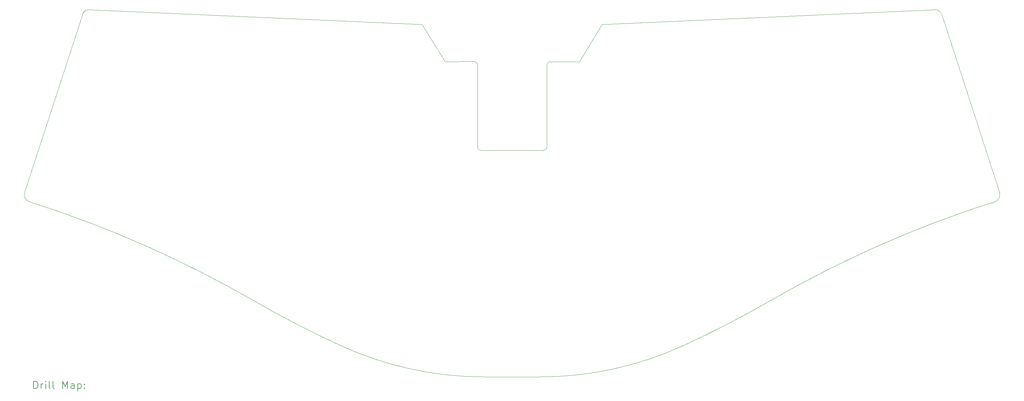
<source format=gbr>
%TF.GenerationSoftware,KiCad,Pcbnew,8.0.4*%
%TF.CreationDate,2024-09-01T14:28:54+07:00*%
%TF.ProjectId,ozprey,6f7a7072-6579-42e6-9b69-6361645f7063,1.0*%
%TF.SameCoordinates,Original*%
%TF.FileFunction,Drillmap*%
%TF.FilePolarity,Positive*%
%FSLAX45Y45*%
G04 Gerber Fmt 4.5, Leading zero omitted, Abs format (unit mm)*
G04 Created by KiCad (PCBNEW 8.0.4) date 2024-09-01 14:28:54*
%MOMM*%
%LPD*%
G01*
G04 APERTURE LIST*
%ADD10C,0.100000*%
%ADD11C,0.200000*%
G04 APERTURE END LIST*
D10*
X16601547Y-6287783D02*
X17207140Y-5282085D01*
X12351273Y-5282085D02*
X12971547Y-6287783D01*
X10135061Y-13955196D02*
G75*
G02*
X7772581Y-12733071I12267189J26608116D01*
G01*
X3175623Y-5021967D02*
X1616009Y-9822338D01*
X3175623Y-5021967D02*
G75*
G02*
X3382801Y-4884487I190206J-61789D01*
G01*
X21786510Y-12733071D02*
G75*
G02*
X19424031Y-13955195I-14629880J25386411D01*
G01*
X1744420Y-10074350D02*
X1930327Y-10134752D01*
X27943082Y-9822339D02*
X26383468Y-5021967D01*
X1930327Y-10134752D02*
G75*
G02*
X7772581Y-12733071I-9486547J-29197495D01*
G01*
X21786510Y-12733071D02*
G75*
G02*
X27628764Y-10134753I15328780J-26599139D01*
G01*
X12351273Y-5282085D02*
X3382801Y-4884486D01*
X14028776Y-14809547D02*
G75*
G02*
X10135060Y-13955196I-1J9300001D01*
G01*
X19424031Y-13955195D02*
G75*
G02*
X15530315Y-14809546I-3893711J8445635D01*
G01*
X26176290Y-4884487D02*
G75*
G02*
X26383466Y-5021968I16960J-199283D01*
G01*
X26176290Y-4884487D02*
X17207140Y-5282085D01*
X27628764Y-10134752D02*
X27814671Y-10074349D01*
X1744420Y-10074350D02*
G75*
G02*
X1616005Y-9822337I61810J190220D01*
G01*
X14028776Y-14809547D02*
X15530315Y-14809547D01*
X27943082Y-9822339D02*
G75*
G02*
X27814670Y-10074346I-190202J-61801D01*
G01*
X15721547Y-8587783D02*
G75*
G02*
X15621547Y-8687783I-100000J0D01*
G01*
X15621547Y-8687783D02*
X13947258Y-8687073D01*
X13847258Y-8587073D02*
X13847257Y-6387073D01*
X13747257Y-6287073D02*
G75*
G02*
X13847257Y-6387073I0J-100000D01*
G01*
X13947258Y-8687073D02*
G75*
G02*
X13847258Y-8587073I0J100000D01*
G01*
X15721547Y-6387783D02*
X15721547Y-8587783D01*
X13747257Y-6287073D02*
X12971547Y-6287783D01*
X15721547Y-6387783D02*
G75*
G02*
X15821547Y-6287783I100000J0D01*
G01*
X15821547Y-6287783D02*
X16601547Y-6287783D01*
D11*
X1861997Y-15126031D02*
X1861997Y-14926031D01*
X1861997Y-14926031D02*
X1909616Y-14926031D01*
X1909616Y-14926031D02*
X1938187Y-14935555D01*
X1938187Y-14935555D02*
X1957235Y-14954602D01*
X1957235Y-14954602D02*
X1966759Y-14973650D01*
X1966759Y-14973650D02*
X1976283Y-15011745D01*
X1976283Y-15011745D02*
X1976283Y-15040317D01*
X1976283Y-15040317D02*
X1966759Y-15078412D01*
X1966759Y-15078412D02*
X1957235Y-15097459D01*
X1957235Y-15097459D02*
X1938187Y-15116507D01*
X1938187Y-15116507D02*
X1909616Y-15126031D01*
X1909616Y-15126031D02*
X1861997Y-15126031D01*
X2061997Y-15126031D02*
X2061997Y-14992698D01*
X2061997Y-15030793D02*
X2071521Y-15011745D01*
X2071521Y-15011745D02*
X2081044Y-15002221D01*
X2081044Y-15002221D02*
X2100092Y-14992698D01*
X2100092Y-14992698D02*
X2119140Y-14992698D01*
X2185806Y-15126031D02*
X2185806Y-14992698D01*
X2185806Y-14926031D02*
X2176283Y-14935555D01*
X2176283Y-14935555D02*
X2185806Y-14945079D01*
X2185806Y-14945079D02*
X2195330Y-14935555D01*
X2195330Y-14935555D02*
X2185806Y-14926031D01*
X2185806Y-14926031D02*
X2185806Y-14945079D01*
X2309616Y-15126031D02*
X2290568Y-15116507D01*
X2290568Y-15116507D02*
X2281045Y-15097459D01*
X2281045Y-15097459D02*
X2281045Y-14926031D01*
X2414378Y-15126031D02*
X2395330Y-15116507D01*
X2395330Y-15116507D02*
X2385806Y-15097459D01*
X2385806Y-15097459D02*
X2385806Y-14926031D01*
X2642949Y-15126031D02*
X2642949Y-14926031D01*
X2642949Y-14926031D02*
X2709616Y-15068888D01*
X2709616Y-15068888D02*
X2776283Y-14926031D01*
X2776283Y-14926031D02*
X2776283Y-15126031D01*
X2957235Y-15126031D02*
X2957235Y-15021269D01*
X2957235Y-15021269D02*
X2947711Y-15002221D01*
X2947711Y-15002221D02*
X2928664Y-14992698D01*
X2928664Y-14992698D02*
X2890568Y-14992698D01*
X2890568Y-14992698D02*
X2871521Y-15002221D01*
X2957235Y-15116507D02*
X2938187Y-15126031D01*
X2938187Y-15126031D02*
X2890568Y-15126031D01*
X2890568Y-15126031D02*
X2871521Y-15116507D01*
X2871521Y-15116507D02*
X2861997Y-15097459D01*
X2861997Y-15097459D02*
X2861997Y-15078412D01*
X2861997Y-15078412D02*
X2871521Y-15059364D01*
X2871521Y-15059364D02*
X2890568Y-15049840D01*
X2890568Y-15049840D02*
X2938187Y-15049840D01*
X2938187Y-15049840D02*
X2957235Y-15040317D01*
X3052473Y-14992698D02*
X3052473Y-15192698D01*
X3052473Y-15002221D02*
X3071521Y-14992698D01*
X3071521Y-14992698D02*
X3109616Y-14992698D01*
X3109616Y-14992698D02*
X3128664Y-15002221D01*
X3128664Y-15002221D02*
X3138187Y-15011745D01*
X3138187Y-15011745D02*
X3147711Y-15030793D01*
X3147711Y-15030793D02*
X3147711Y-15087936D01*
X3147711Y-15087936D02*
X3138187Y-15106983D01*
X3138187Y-15106983D02*
X3128664Y-15116507D01*
X3128664Y-15116507D02*
X3109616Y-15126031D01*
X3109616Y-15126031D02*
X3071521Y-15126031D01*
X3071521Y-15126031D02*
X3052473Y-15116507D01*
X3233425Y-15106983D02*
X3242949Y-15116507D01*
X3242949Y-15116507D02*
X3233425Y-15126031D01*
X3233425Y-15126031D02*
X3223902Y-15116507D01*
X3223902Y-15116507D02*
X3233425Y-15106983D01*
X3233425Y-15106983D02*
X3233425Y-15126031D01*
X3233425Y-15002221D02*
X3242949Y-15011745D01*
X3242949Y-15011745D02*
X3233425Y-15021269D01*
X3233425Y-15021269D02*
X3223902Y-15011745D01*
X3223902Y-15011745D02*
X3233425Y-15002221D01*
X3233425Y-15002221D02*
X3233425Y-15021269D01*
M02*

</source>
